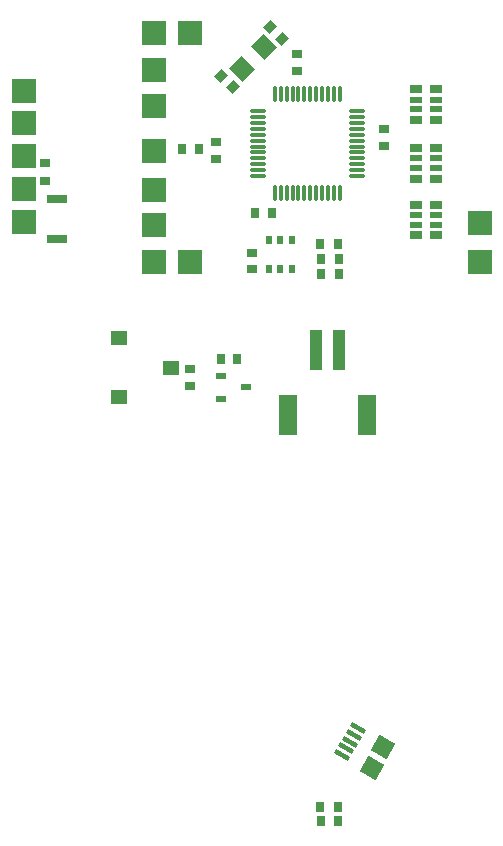
<source format=gbp>
G04*
G04 #@! TF.GenerationSoftware,Altium Limited,Altium Designer,18.1.9 (240)*
G04*
G04 Layer_Color=128*
%FSLAX25Y25*%
%MOIN*%
G70*
G01*
G75*
%ADD14R,0.03347X0.03150*%
%ADD36R,0.05512X0.04724*%
%ADD37R,0.03150X0.03347*%
%ADD38R,0.03150X0.03543*%
G04:AMPARAMS|DCode=39|XSize=15.75mil|YSize=53.15mil|CornerRadius=0mil|HoleSize=0mil|Usage=FLASHONLY|Rotation=240.000|XOffset=0mil|YOffset=0mil|HoleType=Round|Shape=Rectangle|*
%AMROTATEDRECTD39*
4,1,4,-0.01908,0.02011,0.02695,-0.00647,0.01908,-0.02011,-0.02695,0.00647,-0.01908,0.02011,0.0*
%
%ADD39ROTATEDRECTD39*%

G04:AMPARAMS|DCode=40|XSize=59.06mil|YSize=61.02mil|CornerRadius=0mil|HoleSize=0mil|Usage=FLASHONLY|Rotation=240.000|XOffset=0mil|YOffset=0mil|HoleType=Round|Shape=Rectangle|*
%AMROTATEDRECTD40*
4,1,4,-0.01166,0.04083,0.04119,0.01032,0.01166,-0.04083,-0.04119,-0.01032,-0.01166,0.04083,0.0*
%
%ADD40ROTATEDRECTD40*%

%ADD41R,0.02165X0.02953*%
%ADD42R,0.07874X0.07874*%
%ADD43R,0.07874X0.07874*%
%ADD44R,0.03858X0.01890*%
%ADD45R,0.03858X0.02677*%
%ADD46R,0.06693X0.03150*%
%ADD47O,0.05512X0.01181*%
%ADD48O,0.01181X0.05512*%
G04:AMPARAMS|DCode=49|XSize=33.47mil|YSize=31.5mil|CornerRadius=0mil|HoleSize=0mil|Usage=FLASHONLY|Rotation=45.000|XOffset=0mil|YOffset=0mil|HoleType=Round|Shape=Rectangle|*
%AMROTATEDRECTD49*
4,1,4,-0.00070,-0.02297,-0.02297,-0.00070,0.00070,0.02297,0.02297,0.00070,-0.00070,-0.02297,0.0*
%
%ADD49ROTATEDRECTD49*%

G04:AMPARAMS|DCode=50|XSize=64.96mil|YSize=61.02mil|CornerRadius=0mil|HoleSize=0mil|Usage=FLASHONLY|Rotation=135.000|XOffset=0mil|YOffset=0mil|HoleType=Round|Shape=Rectangle|*
%AMROTATEDRECTD50*
4,1,4,0.04454,-0.00139,0.00139,-0.04454,-0.04454,0.00139,-0.00139,0.04454,0.04454,-0.00139,0.0*
%
%ADD50ROTATEDRECTD50*%

%ADD51R,0.03543X0.03150*%
%ADD52R,0.03740X0.02362*%
%ADD53R,0.03937X0.13780*%
%ADD54R,0.05906X0.13386*%
D14*
X245729Y220685D02*
D03*
Y226196D02*
D03*
X260500Y292256D02*
D03*
Y286744D02*
D03*
X233500Y263012D02*
D03*
Y257500D02*
D03*
X289500Y267209D02*
D03*
Y261697D02*
D03*
X225000Y187256D02*
D03*
Y181744D02*
D03*
D36*
X218661Y187744D02*
D03*
X201339Y177902D02*
D03*
Y197587D02*
D03*
D37*
X274210Y36756D02*
D03*
X268698D02*
D03*
X246668Y239282D02*
D03*
X252180D02*
D03*
X227756Y260601D02*
D03*
X222244D02*
D03*
X235163Y190722D02*
D03*
X240674D02*
D03*
D38*
X274171Y41531D02*
D03*
X268265D02*
D03*
X268641Y219000D02*
D03*
X274546D02*
D03*
X274434Y224168D02*
D03*
X268528D02*
D03*
X268392Y229000D02*
D03*
X274298D02*
D03*
D39*
X275661Y58753D02*
D03*
X276941Y60969D02*
D03*
X278221Y63185D02*
D03*
X279500Y65401D02*
D03*
X280780Y67617D02*
D03*
D40*
X285458Y54461D02*
D03*
X289395Y61280D02*
D03*
D41*
X258795Y220677D02*
D03*
X255055D02*
D03*
X251315D02*
D03*
Y230323D02*
D03*
X255055D02*
D03*
X258795D02*
D03*
D42*
X321500Y236000D02*
D03*
X225055Y299500D02*
D03*
X213000D02*
D03*
X321500Y223000D02*
D03*
X213000Y287000D02*
D03*
Y275000D02*
D03*
Y247000D02*
D03*
Y235457D02*
D03*
Y222889D02*
D03*
Y260000D02*
D03*
D43*
X225055Y222889D02*
D03*
X169500Y280000D02*
D03*
Y269421D02*
D03*
Y247500D02*
D03*
Y258500D02*
D03*
Y236500D02*
D03*
D44*
X307004Y235425D02*
D03*
Y238575D02*
D03*
X300351D02*
D03*
Y235425D02*
D03*
X300173Y273955D02*
D03*
Y277105D02*
D03*
X306827D02*
D03*
Y273955D02*
D03*
X300350Y254396D02*
D03*
Y257545D02*
D03*
X307004D02*
D03*
Y254396D02*
D03*
D45*
X307004Y231882D02*
D03*
Y242118D02*
D03*
X300351D02*
D03*
Y231882D02*
D03*
X300173Y270412D02*
D03*
Y280648D02*
D03*
X306827D02*
D03*
Y270412D02*
D03*
X300350Y250853D02*
D03*
Y261089D02*
D03*
X307004D02*
D03*
Y250853D02*
D03*
D46*
X180532Y244000D02*
D03*
Y230614D02*
D03*
D47*
X247465Y273327D02*
D03*
Y271358D02*
D03*
Y269390D02*
D03*
Y267421D02*
D03*
Y265453D02*
D03*
Y263484D02*
D03*
Y261516D02*
D03*
Y259547D02*
D03*
Y257579D02*
D03*
Y255610D02*
D03*
Y253642D02*
D03*
Y251673D02*
D03*
X280535D02*
D03*
Y253642D02*
D03*
Y255610D02*
D03*
Y257579D02*
D03*
Y259547D02*
D03*
Y261516D02*
D03*
Y263484D02*
D03*
Y265453D02*
D03*
Y267421D02*
D03*
Y269390D02*
D03*
Y271358D02*
D03*
Y273327D02*
D03*
D48*
X253173Y245965D02*
D03*
X255142D02*
D03*
X257110D02*
D03*
X259079D02*
D03*
X261047D02*
D03*
X263016D02*
D03*
X264984D02*
D03*
X266953D02*
D03*
X268921D02*
D03*
X270890D02*
D03*
X272858D02*
D03*
X274827D02*
D03*
Y279035D02*
D03*
X272858D02*
D03*
X270890D02*
D03*
X268921D02*
D03*
X266953D02*
D03*
X264984D02*
D03*
X263016D02*
D03*
X261047D02*
D03*
X259079D02*
D03*
X257110D02*
D03*
X255142D02*
D03*
X253173D02*
D03*
D49*
X239248Y281207D02*
D03*
X235351Y285104D02*
D03*
X255512Y297470D02*
D03*
X251614Y301367D02*
D03*
D50*
X242302Y287451D02*
D03*
X249401Y294549D02*
D03*
D51*
X176500Y255953D02*
D03*
Y250047D02*
D03*
D52*
X235383Y177482D02*
D03*
Y184962D02*
D03*
X243454Y181222D02*
D03*
D53*
X274626Y193850D02*
D03*
X266752D02*
D03*
D54*
X257500Y172000D02*
D03*
X283878D02*
D03*
M02*

</source>
